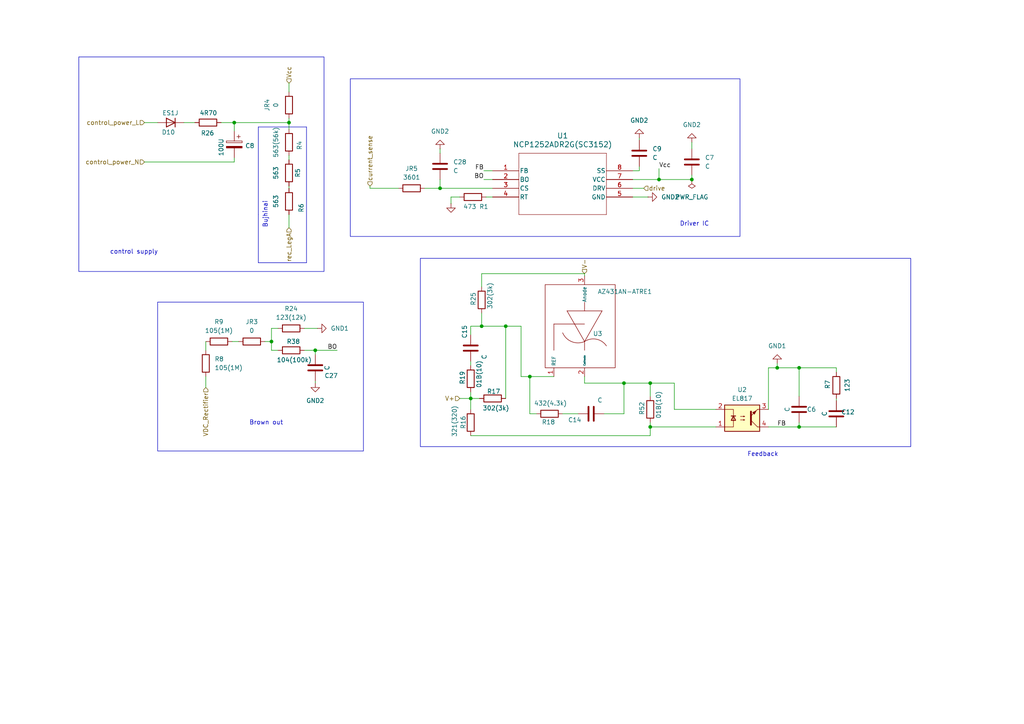
<source format=kicad_sch>
(kicad_sch (version 20250114) (generator "eeschema") (generator_version "9.0")
  (paper "A4")
  (lib_symbols
    (symbol "C_1" (pin_numbers (hide yes)) (pin_names (offset 0.254) (hide yes))
      (property "Reference" "C" (at 0.635 2.54 0))
      (property "Value" "C" (at 0.635 -2.54 0))
      (symbol "C_1_0_1"
        (polyline (pts (xy -2.032 0.762) (xy 2.032 0.762)) (stroke (width 0.508)))
        (polyline (pts (xy -2.032 -0.762) (xy 2.032 -0.762)) (stroke (width 0.508)))
      )
      (symbol "C_1_1_1"
        (pin passive line (at 0 3.81 270) (length 2.794) (name "~") (number "1"))
        (pin passive line (at 0 -3.81 90) (length 2.794) (name "~") (number "2"))
      )
    )
    (symbol "Device:C" (pin_numbers (hide yes)) (pin_names (offset 0.254))
      (property "Reference" "C" (at 0.635 2.54 0))
      (property "Value" "C" (at 0.635 -2.54 0))
      (symbol "C_0_1"
        (polyline (pts (xy -2.032 0.762) (xy 2.032 0.762)) (stroke (width 0.508)))
        (polyline (pts (xy -2.032 -0.762) (xy 2.032 -0.762)) (stroke (width 0.508)))
      )
      (symbol "C_1_1"
        (pin passive line (at 0 3.81 270) (length 2.794) (name "~") (number "1"))
        (pin passive line (at 0 -3.81 90) (length 2.794) (name "~") (number "2"))
      )
    )
    (symbol "Device:C_Polarized" (pin_numbers (hide yes)) (pin_names (offset 0.254))
      (property "Reference" "C" (at 0.635 2.54 0))
      (property "Value" "C_Polarized" (at 0.635 -2.54 0))
      (symbol "C_Polarized_0_1"
        (rectangle (start -2.286 0.508) (end 2.286 1.016))
        (polyline (pts (xy -1.778 2.286) (xy -0.762 2.286)))
        (polyline (pts (xy -1.27 2.794) (xy -1.27 1.778)))
        (rectangle (start 2.286 -0.508) (end -2.286 -1.016) (fill (type outline)))
      )
      (symbol "C_Polarized_1_1"
        (pin passive line (at 0 3.81 270) (length 2.794) (name "~") (number "1"))
        (pin passive line (at 0 -3.81 90) (length 2.794) (name "~") (number "2"))
      )
    )
    (symbol "Device:R" (pin_numbers (hide yes)) (pin_names (offset 0))
      (property "Reference" "R" (at 2.032 0 90))
      (property "Value" "R" (at 0 0 90))
      (symbol "R_0_1"
        (rectangle (start -1.016 -2.54) (end 1.016 2.54) (stroke (width 0.254)))
      )
      (symbol "R_1_1"
        (pin passive line (at 0 3.81 270) (length 1.27) (name "~") (number "1"))
        (pin passive line (at 0 -3.81 90) (length 1.27) (name "~") (number "2"))
      )
    )
    (symbol "Diode:US2MA" (pin_numbers (hide yes)) (pin_names (hide yes))
      (property "Reference" "D" (at 0 2.54 0))
      (property "Value" "US2MA" (at 0 -2.54 0))
      (symbol "US2MA_0_1"
        (polyline (pts (xy -1.27 1.27) (xy -1.27 -1.27)) (stroke (width 0.254)))
        (polyline (pts (xy 1.27 1.27) (xy 1.27 -1.27) (xy -1.27 0) (xy 1.27 1.27)) (stroke (width 0.254)))
        (polyline (pts (xy 1.27 0) (xy -1.27 0)))
      )
      (symbol "US2MA_1_1"
        (pin passive line (at -3.81 0 0) (length 2.54) (name "K") (number "1"))
        (pin passive line (at 3.81 0 180) (length 2.54) (name "A") (number "2"))
      )
    )
    (symbol "IC:EA1_az431"
      (property "Reference" "U3" (at 3.81 -2.794 0))
      (property "Value" "AZ431AN-ATRE1" (at 11.684 9.398 0))
      (symbol "EA1_az431_0_1"
        (rectangle (start -11.43 11.43) (end 8.89 -12.7))
        (polyline (pts (xy -8.89 0) (xy -8.89 -7.62)))
        (polyline (pts (xy -5.08 3.81) (xy 0 -5.08)))
        (polyline (pts (xy -5.08 3.81) (xy 5.08 3.81)))
        (arc (start 0 -5.08) (mid -3.7011 -5.1251) (end -6.35 -2.54))
        (polyline (pts (xy 0 6.35) (xy 0 6.35)))
        (polyline (pts (xy 0 6.35) (xy 0 6.35)))
        (polyline (pts (xy 0 6.35) (xy 0 3.81)))
        (polyline (pts (xy 0 3.81) (xy 0 3.81)))
        (polyline (pts (xy 0 3.81) (xy 0 3.81)))
        (polyline (pts (xy 0 3.81) (xy 0 3.81)))
        (polyline (pts (xy 0 0) (xy -8.89 0)))
        (polyline (pts (xy 0 -5.08) (xy 0 -5.08)))
        (polyline (pts (xy 0 -5.08) (xy 0 -5.08)))
        (polyline (pts (xy 0 -7.62) (xy 0 -5.08)))
        (polyline (pts (xy 2.54 1.27) (xy 2.54 1.27)))
        (arc (start 0 -5.08) (mid 3.438 -4.3999) (end 6.35 -6.35))
        (polyline (pts (xy 3.81 1.27) (xy 3.81 1.27)))
        (polyline (pts (xy 5.08 5.08) (xy 5.08 5.08)))
        (polyline (pts (xy 5.08 3.81) (xy 0 -5.08)))
      )
      (symbol "EA1_az431_1_1"
        (pin input line (at -8.89 -15.24 90) (length 2.54) (name "REF") (number "1"))
        (pin input line (at 0 13.97 270) (length 2.54) (name "Anode") (number "3"))
        (pin input line (at 0 -15.24 90) (length 2.54) (name "Cathode") (number "2"))
      )
    )
    (symbol "Isolator:EL817" (pin_names (offset 1.016))
      (property "Reference" "U" (at -5.08 5.08 0))
      (property "Value" "EL817" (at 0 5.08 0))
      (symbol "EL817_0_1"
        (rectangle (start -5.08 3.81) (end 5.08 -3.81) (stroke (width 0.254)) (fill (type background)))
        (polyline (pts (xy -5.08 2.54) (xy -2.54 2.54) (xy -2.54 -0.635)))
        (polyline (pts (xy -3.175 -0.635) (xy -1.905 -0.635)) (stroke (width 0.254)))
        (polyline (pts (xy -2.54 -0.635) (xy -2.54 -2.54) (xy -5.08 -2.54)))
        (polyline (pts (xy -2.54 -0.635) (xy -3.175 0.635) (xy -1.905 0.635) (xy -2.54 -0.635)) (stroke (width 0.254)))
        (polyline (pts (xy -0.508 0.508) (xy 0.762 0.508) (xy 0.381 0.381) (xy 0.381 0.635) (xy 0.762 0.508)))
        (polyline (pts (xy -0.508 -0.508) (xy 0.762 -0.508) (xy 0.381 -0.635) (xy 0.381 -0.381) (xy 0.762 -0.508)))
        (polyline (pts (xy 2.54 1.905) (xy 2.54 -1.905) (xy 2.54 -1.905)) (stroke (width 0.508)))
        (polyline (pts (xy 2.54 0.635) (xy 4.445 2.54)))
        (polyline (pts (xy 3.048 -1.651) (xy 3.556 -1.143) (xy 4.064 -2.159) (xy 3.048 -1.651) (xy 3.048 -1.651)) (fill (type outline)))
        (polyline (pts (xy 4.445 2.54) (xy 5.08 2.54)))
        (polyline (pts (xy 4.445 -2.54) (xy 2.54 -0.635)) (fill (type outline)))
        (polyline (pts (xy 4.445 -2.54) (xy 5.08 -2.54)))
      )
      (symbol "EL817_1_1"
        (pin passive line (at -7.62 2.54 0) (length 2.54) (name "~") (number "1"))
        (pin passive line (at -7.62 -2.54 0) (length 2.54) (name "~") (number "2"))
        (pin passive line (at 7.62 2.54 180) (length 2.54) (name "~") (number "4"))
        (pin passive line (at 7.62 -2.54 180) (length 2.54) (name "~") (number "3"))
      )
    )
    (symbol "NCP1252:NCP1252ADR2G" (pin_names (offset 0.254))
      (property "Reference" "U" (at 20.32 10.16 0))
      (property "Value" "NCP1252ADR2G" (at 20.32 7.62 0))
      (symbol "NCP1252ADR2G_0_1"
        (polyline (pts (xy 7.62 5.08) (xy 7.62 -12.7)) (stroke (width 0.127)))
        (polyline (pts (xy 7.62 -12.7) (xy 33.02 -12.7)) (stroke (width 0.127)))
        (polyline (pts (xy 33.02 5.08) (xy 7.62 5.08)) (stroke (width 0.127)))
        (polyline (pts (xy 33.02 -12.7) (xy 33.02 5.08)) (stroke (width 0.127)))
        (pin unspecified line (at 0 0 0) (length 7.62) (name "FB") (number "1"))
        (pin bidirectional line (at 0 -2.54 0) (length 7.62) (name "BO") (number "2"))
        (pin unspecified line (at 0 -5.08 0) (length 7.62) (name "CS") (number "3"))
        (pin unspecified line (at 0 -7.62 0) (length 7.62) (name "RT") (number "4"))
        (pin unspecified line (at 40.64 0 180) (length 7.62) (name "SS") (number "8"))
        (pin power_in line (at 40.64 -2.54 180) (length 7.62) (name "VCC") (number "7"))
        (pin unspecified line (at 40.64 -5.08 180) (length 7.62) (name "DRV") (number "6"))
        (pin power_in line (at 40.64 -7.62 180) (length 7.62) (name "GND") (number "5"))
      )
    )
    (symbol "power:GND1" (power) (pin_numbers (hide yes)) (pin_names (offset 0) (hide yes))
      (property "Value" "GND1" (at 0 -3.81 0))
      (symbol "GND1_0_1"
        (polyline (pts (xy 0 0) (xy 0 -1.27) (xy 1.27 -1.27) (xy 0 -2.54) (xy -1.27 -1.27) (xy 0 -1.27)))
      )
      (symbol "GND1_1_1"
        (pin power_in line (at 0 0 270) (length 0) (name "~") (number "1"))
      )
    )
    (symbol "power:GND2" (power) (pin_numbers (hide yes)) (pin_names (offset 0) (hide yes))
      (property "Value" "GND2" (at 0 -3.81 0))
      (symbol "GND2_0_1"
        (polyline (pts (xy 0 0) (xy 0 -1.27) (xy 1.27 -1.27) (xy 0 -2.54) (xy -1.27 -1.27) (xy 0 -1.27)))
      )
      (symbol "GND2_1_1"
        (pin power_in line (at 0 0 270) (length 0) (name "~") (number "1"))
      )
    )
    (symbol "power:PWR_FLAG" (power) (pin_numbers (hide yes)) (pin_names (offset 0) (hide yes))
      (property "Value" "PWR_FLAG" (at 0 3.81 0))
      (symbol "PWR_FLAG_0_0"
        (pin power_out line (at 0 0 90) (length 0) (name "~") (number "1"))
      )
      (symbol "PWR_FLAG_0_1"
        (polyline (pts (xy 0 0) (xy 0 1.27) (xy -1.016 1.905) (xy 0 2.54) (xy 1.016 1.905) (xy 0 1.27)))
      )
    )
  )
  (rectangle (start 22.86 16.51) (end 93.98 78.74))
  (rectangle (start 45.72 87.63) (end 105.41 130.81))
  (rectangle (start 121.92 74.93) (end 264.16 129.54))
  (rectangle (start 101.6 22.86) (end 214.63 68.58))
  (text "Feedback \n" (at 221.742 131.826 0) (effects (font (size 1.27 1.27))))
  (text "control supply\n" (at 38.862 73.152 0) (effects (font (size 1.27 1.27))))
  (text "Brown out\n" (at 77.216 122.682 0) (effects (font (size 1.27 1.27))))
  (text "Bujhinai\n\n" (at 77.978 62.23 90) (effects (font (size 1.27 1.27))))
  (text "Driver IC\n" (at 201.422 65.024 0) (effects (font (size 1.27 1.27))))
  (junction (at 231.775 106.68))
  (junction (at 127.635 54.61))
  (junction (at 225.425 106.68))
  (junction (at 139.7 94.615))
  (junction (at 180.975 111.125))
  (junction (at 136.525 115.57))
  (junction (at 191.135 52.07))
  (junction (at 78.74 99.06))
  (junction (at 188.595 111.125))
  (junction (at 83.82 35.56))
  (junction (at 146.685 94.615))
  (junction (at 153.67 109.22))
  (junction (at 188.595 123.825))
  (junction (at 67.945 35.56))
  (junction (at 231.775 123.825))
  (junction (at 200.66 52.07))
  (junction (at 91.44 101.6))
  (wire (pts (xy 200.66 50.8) (xy 200.66 52.07)))
  (wire (pts (xy 180.975 111.125) (xy 180.975 120.015)))
  (wire (pts (xy 151.13 94.615) (xy 151.13 109.22)))
  (wire (pts (xy 136.525 126.365) (xy 188.595 126.365)))
  (wire (pts (xy 67.31 99.06) (xy 69.215 99.06)))
  (wire (pts (xy 185.42 49.53) (xy 183.515 49.53)))
  (wire (pts (xy 185.42 40.005) (xy 185.42 40.64)))
  (wire (pts (xy 78.74 95.25) (xy 80.645 95.25)))
  (wire (pts (xy 123.19 54.61) (xy 127.635 54.61)))
  (wire (pts (xy 155.575 120.015) (xy 153.67 120.015)))
  (wire (pts (xy 133.35 115.57) (xy 136.525 115.57)))
  (wire (pts (xy 188.595 111.125) (xy 188.595 114.935)))
  (wire (pts (xy 67.945 38.1) (xy 67.945 35.56)))
  (wire (pts (xy 91.44 101.6) (xy 97.79 101.6)))
  (wire (pts (xy 242.57 115.57) (xy 242.57 116.205)))
  (wire (pts (xy 83.82 24.13) (xy 83.82 26.67)))
  (wire (pts (xy 78.74 95.25) (xy 78.74 99.06)))
  (wire (pts (xy 91.44 101.6) (xy 91.44 102.87)))
  (wire (pts (xy 225.425 105.41) (xy 225.425 106.68)))
  (wire (pts (xy 222.885 106.68) (xy 225.425 106.68)))
  (wire (pts (xy 207.645 118.745) (xy 195.58 118.745)))
  (wire (pts (xy 195.58 118.745) (xy 195.58 111.125)))
  (wire (pts (xy 140.97 57.15) (xy 142.875 57.15)))
  (wire (pts (xy 185.42 48.26) (xy 185.42 49.53)))
  (wire (pts (xy 83.82 35.56) (xy 83.82 37.465)))
  (wire (pts (xy 140.335 52.07) (xy 142.875 52.07)))
  (wire (pts (xy 91.44 111.125) (xy 91.44 110.49)))
  (polyline (pts (xy 74.93 36.83) (xy 88.9 36.83)))
  (wire (pts (xy 78.74 101.6) (xy 78.74 99.06)))
  (wire (pts (xy 169.545 79.375) (xy 169.545 80.01)))
  (polyline (pts (xy 88.9 76.2) (xy 74.93 76.2)))
  (wire (pts (xy 231.775 123.825) (xy 242.57 123.825)))
  (wire (pts (xy 163.195 120.015) (xy 167.64 120.015)))
  (wire (pts (xy 136.525 94.615) (xy 136.525 97.155)))
  (wire (pts (xy 191.135 52.07) (xy 200.66 52.07)))
  (wire (pts (xy 67.945 46.99) (xy 67.945 45.72)))
  (wire (pts (xy 188.595 122.555) (xy 188.595 123.825)))
  (polyline (pts (xy 88.9 36.83) (xy 88.9 76.2)))
  (wire (pts (xy 59.69 99.06) (xy 59.69 101.6)))
  (wire (pts (xy 67.945 35.56) (xy 83.82 35.56)))
  (wire (pts (xy 231.775 106.68) (xy 242.57 106.68)))
  (wire (pts (xy 88.265 101.6) (xy 91.44 101.6)))
  (wire (pts (xy 188.595 123.825) (xy 207.645 123.825)))
  (wire (pts (xy 64.135 35.56) (xy 67.945 35.56)))
  (wire (pts (xy 80.645 101.6) (xy 78.74 101.6)))
  (wire (pts (xy 153.67 109.22) (xy 153.67 120.015)))
  (wire (pts (xy 59.69 109.22) (xy 59.69 112.395)))
  (polyline (pts (xy 74.93 62.23) (xy 74.93 76.2)))
  (wire (pts (xy 188.595 126.365) (xy 188.595 123.825)))
  (wire (pts (xy 139.7 79.375) (xy 139.7 83.185)))
  (wire (pts (xy 133.35 57.15) (xy 130.81 57.15)))
  (wire (pts (xy 139.7 94.615) (xy 136.525 94.615)))
  (wire (pts (xy 88.265 95.25) (xy 92.075 95.25)))
  (wire (pts (xy 83.82 62.23) (xy 83.82 66.04)))
  (wire (pts (xy 83.82 46.355) (xy 83.82 45.085)))
  (wire (pts (xy 183.515 57.15) (xy 187.96 57.15)))
  (wire (pts (xy 139.7 90.805) (xy 139.7 94.615)))
  (wire (pts (xy 136.525 104.775) (xy 136.525 106.045)))
  (wire (pts (xy 136.525 115.57) (xy 136.525 118.745)))
  (wire (pts (xy 183.515 52.07) (xy 191.135 52.07)))
  (wire (pts (xy 231.775 123.825) (xy 222.885 123.825)))
  (wire (pts (xy 146.685 94.615) (xy 146.685 115.57)))
  (polyline (pts (xy 74.93 62.23) (xy 74.93 36.83)))
  (wire (pts (xy 231.775 122.555) (xy 231.775 123.825)))
  (wire (pts (xy 188.595 111.125) (xy 180.975 111.125)))
  (wire (pts (xy 140.335 49.53) (xy 142.875 49.53)))
  (wire (pts (xy 169.545 109.22) (xy 169.545 111.125)))
  (wire (pts (xy 139.7 79.375) (xy 169.545 79.375)))
  (wire (pts (xy 136.525 115.57) (xy 139.065 115.57)))
  (wire (pts (xy 127.635 52.07) (xy 127.635 54.61)))
  (wire (pts (xy 153.67 109.22) (xy 160.655 109.22)))
  (wire (pts (xy 130.81 57.15) (xy 130.81 59.055)))
  (wire (pts (xy 191.135 48.895) (xy 191.135 52.07)))
  (wire (pts (xy 83.82 34.29) (xy 83.82 35.56)))
  (wire (pts (xy 153.67 109.22) (xy 151.13 109.22)))
  (wire (pts (xy 136.525 115.57) (xy 136.525 113.665)))
  (wire (pts (xy 146.685 94.615) (xy 151.13 94.615)))
  (wire (pts (xy 41.91 35.56) (xy 45.72 35.56)))
  (wire (pts (xy 127.635 43.18) (xy 127.635 44.45)))
  (wire (pts (xy 169.545 111.125) (xy 180.975 111.125)))
  (wire (pts (xy 183.515 54.61) (xy 186.69 54.61)))
  (wire (pts (xy 242.57 106.68) (xy 242.57 107.95)))
  (wire (pts (xy 231.775 114.935) (xy 231.775 106.68)))
  (wire (pts (xy 127.635 54.61) (xy 142.875 54.61)))
  (wire (pts (xy 41.91 46.99) (xy 67.945 46.99)))
  (wire (pts (xy 139.7 94.615) (xy 146.685 94.615)))
  (wire (pts (xy 175.26 120.015) (xy 180.975 120.015)))
  (wire (pts (xy 78.74 99.06) (xy 76.835 99.06)))
  (wire (pts (xy 53.34 35.56) (xy 56.515 35.56)))
  (wire (pts (xy 225.425 106.68) (xy 231.775 106.68)))
  (wire (pts (xy 83.82 54.61) (xy 83.82 53.975)))
  (wire (pts (xy 222.885 118.745) (xy 222.885 106.68)))
  (wire (pts (xy 188.595 111.125) (xy 195.58 111.125)))
  (wire (pts (xy 107.315 54.61) (xy 115.57 54.61)))
  (wire (pts (xy 107.315 54.61) (xy 107.315 53.975)))
  (wire (pts (xy 200.66 41.275) (xy 200.66 43.18)))
  (label "FB" (at 225.425 123.825 0))
  (label "Vcc" (at 191.135 48.895 0))
  (label "BO" (at 97.79 101.6 180))
  (label "BO" (at 140.335 52.07 180))
  (label "FB" (at 140.335 49.53 180))
  (hierarchical_label "control_power_L" (shape input) (at 41.91 35.56 180))
  (hierarchical_label "Vcc" (shape input) (at 83.82 24.13 90))
  (hierarchical_label "V+" (shape input) (at 133.35 115.57 180))
  (hierarchical_label "V-" (shape input) (at 169.545 79.375 90))
  (hierarchical_label "current_sense" (shape input) (at 107.315 53.975 90))
  (hierarchical_label "VDC_Rectifier" (shape input) (at 59.69 112.395 270))
  (hierarchical_label "control_power_N" (shape input) (at 41.91 46.99 180))
  (hierarchical_label "rec_LegA" (shape input) (at 83.82 66.04 270))
  (hierarchical_label "drive" (shape input) (at 186.69 54.61 0))
  (symbol (lib_id "Device:R") (at 142.875 115.57 90) (unit 1)
    (property "Reference" "R17" (at 141.224 113.538 90) (effects (justify right)))
    (property "Value" "302(3k)" (at 139.954 118.364 90) (effects (justify right)))
    (property "Footprint" "Resistor_SMD:R_0402_1005Metric" (effects (hide yes)))
    (property "Description" "Resistor" (effects (hide yes)))
  )
  (symbol (lib_id "Device:C") (at 171.45 120.015 90) (unit 1)
    (property "Reference" "C14" (at 168.656 121.793 90) (effects (justify left)))
    (property "Value" "C" (at 174.752 116.078 90) (effects (justify left)))
    (property "Footprint" "Capacitor_SMD:C_01005_0402Metric" (effects (hide yes)))
    (property "Datasheet" "https://www.mouser.com/catalog/supplier/library/pdf/MurataHighVoltageCeramic.pdf" (effects (hide yes)))
    (property "Description" "Unpolarized capacitor" (effects (hide yes)))
  )
  (symbol (lib_id "power:GND1") (at 92.075 95.25 90) (unit 1)
    (property "Reference" "#PWR019" (effects (hide yes)))
    (property "Value" "GND1" (at 95.885 95.2499 90) (effects (justify right)))
    (property "Description" "Power symbol creates a global label with name \"GND1\" , ground" (effects (hide yes)))
  )
  (symbol (lib_id "power:GND2") (at 187.96 57.15 90) (unit 1)
    (property "Reference" "#PWR012" (effects (hide yes)))
    (property "Value" "GND2" (at 191.77 57.1499 90) (effects (justify right)))
    (property "Description" "Power symbol creates a global label with name \"GND2\" , ground" (effects (hide yes)))
  )
  (symbol (lib_id "Isolator:EL817") (at 215.265 121.285 0) (mirror x) (unit 1)
    (property "Reference" "U2" (at 215.265 113.03 0))
    (property "Value" "EL817" (at 215.265 115.57 0))
    (property "Footprint" "Package_DIP:DIP-4_W7.62mm" (effects (hide yes)))
    (property "Datasheet" "http://www.everlight.com/file/ProductFile/EL817.pdf" (effects (hide yes)))
    (property "Description" "DC Optocoupler, Vce 35V, DIP-4" (effects (hide yes)))
  )
  (symbol (lib_id "Device:R") (at 73.025 99.06 270) (unit 1)
    (property "Reference" "JR3" (at 73.025 93.345 90))
    (property "Value" "0" (at 73.025 95.885 90))
    (property "Footprint" "Resistor_SMD:R_0603_1608Metric" (effects (hide yes)))
    (property "Description" "Resistor" (effects (hide yes)))
  )
  (symbol (lib_name "C_1") (lib_id "Device:C") (at 242.57 120.015 180) (unit 1)
    (property "Reference" "C12" (at 247.904 119.507 0) (effects (justify left)))
    (property "Value" "C" (at 239.141 119.253 90) (effects (justify left)))
    (property "Footprint" "Capacitor_SMD:C_01005_0402Metric" (effects (hide yes)))
    (property "Datasheet" "https://www.mouser.com/catalog/supplier/library/pdf/MurataHighVoltageCeramic.pdf" (effects (hide yes)))
    (property "Description" "Unpolarized capacitor" (effects (hide yes)))
  )
  (symbol (lib_id "Device:C") (at 136.525 100.965 0) (unit 1)
    (property "Reference" "C15" (at 134.747 98.171 90) (effects (justify left)))
    (property "Value" "C" (at 140.462 104.267 90) (effects (justify left)))
    (property "Footprint" "Capacitor_SMD:C_01005_0402Metric" (effects (hide yes)))
    (property "Datasheet" "https://www.mouser.com/catalog/supplier/library/pdf/MurataHighVoltageCeramic.pdf" (effects (hide yes)))
    (property "Description" "Unpolarized capacitor" (effects (hide yes)))
  )
  (symbol (lib_id "Device:R") (at 119.38 54.61 90) (unit 1)
    (property "Reference" "JR5" (at 119.38 48.895 90))
    (property "Value" "3601" (at 119.38 51.435 90))
    (property "Footprint" "Resistor_SMD:R_0603_1608Metric" (effects (hide yes)))
    (property "Description" "Resistor" (effects (hide yes)))
  )
  (symbol (lib_id "Device:R") (at 63.5 99.06 270) (unit 1)
    (property "Reference" "R9" (at 63.5 93.345 90))
    (property "Value" "105(1M)" (at 63.5 95.885 90))
    (property "Footprint" "Resistor_SMD:R_0603_1608Metric" (effects (hide yes)))
    (property "Description" "Resistor" (effects (hide yes)))
  )
  (symbol (lib_id "Device:C") (at 185.42 44.45 0) (unit 1)
    (property "Reference" "C9" (at 189.23 43.1799 0) (effects (justify left)))
    (property "Value" "C" (at 189.23 45.7199 0) (effects (justify left)))
    (property "Footprint" "Capacitor_SMD:C_01005_0402Metric" (effects (hide yes)))
    (property "Description" "Unpolarized capacitor" (effects (hide yes)))
  )
  (symbol (lib_id "Device:R") (at 59.69 105.41 0) (unit 1)
    (property "Reference" "R8" (at 62.23 104.1399 0) (effects (justify left)))
    (property "Value" "105(1M)" (at 62.23 106.6799 0) (effects (justify left)))
    (property "Footprint" "Resistor_SMD:R_0603_1608Metric" (effects (hide yes)))
    (property "Description" "Resistor" (effects (hide yes)))
  )
  (symbol (lib_id "Device:R") (at 83.82 41.275 180) (unit 1)
    (property "Reference" "R4" (at 86.868 42.164 90))
    (property "Value" "563(56k)" (at 80.01 41.275 90))
    (property "Footprint" "Resistor_SMD:R_0603_1608Metric" (effects (hide yes)))
    (property "Description" "Resistor" (effects (hide yes)))
  )
  (symbol (lib_id "Device:R") (at 139.7 86.995 180) (unit 1)
    (property "Reference" "R25" (at 137.287 88.646 90) (effects (justify right)))
    (property "Value" "302(3k)" (at 142.113 89.662 90) (effects (justify right)))
    (property "Footprint" "Resistor_SMD:R_0402_1005Metric" (effects (hide yes)))
    (property "Description" "Resistor" (effects (hide yes)))
  )
  (symbol (lib_id "power:GND1") (at 225.425 105.41 180) (unit 1)
    (property "Reference" "#PWR07" (effects (hide yes)))
    (property "Value" "GND1" (at 225.425 100.33 0))
    (property "Description" "Power symbol creates a global label with name \"GND1\" , ground" (effects (hide yes)))
  )
  (symbol (lib_id "Device:R") (at 188.595 118.745 180) (unit 1)
    (property "Reference" "R52" (at 186.182 120.396 90) (effects (justify right)))
    (property "Value" "01B(10)" (at 191.008 121.412 90) (effects (justify right)))
    (property "Footprint" "Resistor_SMD:R_0402_1005Metric" (effects (hide yes)))
    (property "Description" "Resistor" (effects (hide yes)))
  )
  (symbol (lib_id "Device:R") (at 136.525 109.855 180) (unit 1)
    (property "Reference" "R19" (at 134.112 111.506 90) (effects (justify right)))
    (property "Value" "01B(10)" (at 138.938 112.522 90) (effects (justify right)))
    (property "Footprint" "Resistor_SMD:R_0402_1005Metric" (effects (hide yes)))
    (property "Description" "Resistor" (effects (hide yes)))
  )
  (symbol (lib_id "Device:R") (at 159.385 120.015 270) (unit 1)
    (property "Reference" "R18" (at 161.036 122.428 90) (effects (justify right)))
    (property "Value" "432(4.3k)" (at 164.465 116.967 90) (effects (justify right)))
    (property "Footprint" "Resistor_SMD:R_0402_1005Metric" (effects (hide yes)))
    (property "Description" "Resistor" (effects (hide yes)))
  )
  (symbol (lib_id "NCP1252:NCP1252ADR2G") (at 142.875 49.53 0) (unit 1)
    (property "Reference" "U1" (at 163.195 39.37 0) (effects (font (size 1.524 1.524))))
    (property "Value" "NCP1252ADR2G(SC3152)" (at 163.195 41.91 0) (effects (font (size 1.524 1.524))))
    (property "Footprint" "NCP1252_footprints:SOIC8_ONS" (effects (hide yes)))
    (property "Datasheet" "https://www.onsemi.com/pdf/datasheet/ncp1252-d.pdf" (effects (hide yes)))
  )
  (symbol (lib_id "IC:EA1_az431") (at 169.545 93.98 0) (unit 1)
    (property "Reference" "U3" (at 173.355 96.774 0))
    (property "Value" "AZ431AN-ATRE1" (at 181.229 84.582 0))
    (property "Footprint" "ic:EA1_az431" (effects (hide yes)))
    (property "Datasheet" "https://www.alldatasheet.com/datasheet-pdf/view/1289693/LEIDITECH/AZ431AN-ATRE1.html" (effects (hide yes)))
  )
  (symbol (lib_id "Device:R") (at 83.82 58.42 180) (unit 1)
    (property "Reference" "R6" (at 87.376 60.325 90))
    (property "Value" "563" (at 80.01 58.42 90))
    (property "Footprint" "Resistor_SMD:R_0603_1608Metric" (effects (hide yes)))
    (property "Description" "Resistor" (effects (hide yes)))
  )
  (symbol (lib_id "Device:R") (at 242.57 111.76 180) (unit 1)
    (property "Reference" "R7" (at 240.03 111.506 90))
    (property "Value" "123" (at 245.745 111.76 90))
    (property "Footprint" "Resistor_SMD:R_0201_0603Metric" (effects (hide yes)))
    (property "Description" "Resistor" (effects (hide yes)))
  )
  (symbol (lib_id "power:GND1") (at 200.66 41.275 180) (unit 1)
    (property "Reference" "#PWR09" (effects (hide yes)))
    (property "Value" "GND2" (at 200.66 36.195 0))
    (property "Description" "Power symbol creates a global label with name \"GND1\" , ground" (effects (hide yes)))
  )
  (symbol (lib_id "power:GND2") (at 130.81 59.055 0) (unit 1)
    (property "Reference" "#PWR015" (effects (hide yes)))
    (property "Value" "GND2" (effects (hide yes)))
    (property "Description" "Power symbol creates a global label with name \"GND2\" , ground" (effects (hide yes)))
  )
  (symbol (lib_id "Diode:US2MA") (at 49.53 35.56 0) (mirror y) (unit 1)
    (property "Reference" "D10" (at 50.8 38.354 0) (effects (justify left)))
    (property "Value" "ES1J" (at 51.816 32.766 0) (effects (justify left)))
    (property "Footprint" "Diode_SMD:D_SMA" (effects (hide yes)))
    (property "Datasheet" "https://www.digchip.com/datasheets/parts/datasheet/161/ES1J-pdf.php" (effects (hide yes)))
    (property "Description" "1000V, 1.5A, General Purpose Rectifier Diode, SMA(DO-214AC)" (effects (hide yes)))
    (property "Sim.Device" "D" (effects (hide yes)))
    (property "Sim.Pins" "1=K 2=A" (effects (hide yes)))
  )
  (symbol (lib_id "power:GND1") (at 185.42 40.005 180) (unit 1)
    (property "Reference" "#PWR010" (effects (hide yes)))
    (property "Value" "GND2" (at 185.42 34.925 0))
    (property "Description" "Power symbol creates a global label with name \"GND1\" , ground" (effects (hide yes)))
  )
  (symbol (lib_id "Device:C") (at 231.775 118.745 180) (unit 1)
    (property "Reference" "C6" (at 236.728 118.745 0) (effects (justify left)))
    (property "Value" "C" (at 228.346 117.983 90) (effects (justify left)))
    (property "Footprint" "Capacitor_SMD:C_01005_0402Metric" (effects (hide yes)))
    (property "Datasheet" "https://www.mouser.com/catalog/supplier/library/pdf/MurataHighVoltageCeramic.pdf" (effects (hide yes)))
    (property "Description" "Unpolarized capacitor" (effects (hide yes)))
  )
  (symbol (lib_id "Device:R") (at 137.16 57.15 270) (unit 1)
    (property "Reference" "R1" (at 140.335 59.944 90))
    (property "Value" "473" (at 136.271 59.944 90))
    (property "Footprint" "Resistor_SMD:R_0201_0603Metric" (effects (hide yes)))
    (property "Description" "Resistor" (effects (hide yes)))
  )
  (symbol (lib_id "Device:C") (at 127.635 48.26 0) (unit 1)
    (property "Reference" "C28" (at 131.445 46.9899 0) (effects (justify left)))
    (property "Value" "C" (at 131.445 49.5299 0) (effects (justify left)))
    (property "Footprint" "Capacitor_SMD:C_01005_0402Metric" (effects (hide yes)))
    (property "Description" "Unpolarized capacitor" (effects (hide yes)))
  )
  (symbol (lib_id "Device:R") (at 83.82 50.165 180) (unit 1)
    (property "Reference" "R5" (at 86.36 50.165 90))
    (property "Value" "563" (at 80.01 50.165 90))
    (property "Footprint" "Resistor_SMD:R_0603_1608Metric" (effects (hide yes)))
    (property "Description" "Resistor" (effects (hide yes)))
  )
  (symbol (lib_id "power:GND2") (at 127.635 43.18 180) (unit 1)
    (property "Reference" "#PWR018" (effects (hide yes)))
    (property "Value" "GND2" (at 127.635 38.1 0))
    (property "Description" "Power symbol creates a global label with name \"GND2\" , ground" (effects (hide yes)))
  )
  (symbol (lib_id "Device:C") (at 200.66 46.99 0) (unit 1)
    (property "Reference" "C7" (at 204.47 45.7199 0) (effects (justify left)))
    (property "Value" "C" (at 204.47 48.2599 0) (effects (justify left)))
    (property "Footprint" "Capacitor_SMD:C_01005_0402Metric" (effects (hide yes)))
    (property "Description" "Unpolarized capacitor" (effects (hide yes)))
  )
  (symbol (lib_id "Device:R") (at 60.325 35.56 90) (mirror x) (unit 1)
    (property "Reference" "R26" (at 60.198 38.608 90))
    (property "Value" "4R70" (at 60.452 32.766 90))
    (property "Footprint" "Resistor_SMD:R_0603_1608Metric" (effects (hide yes)))
    (property "Description" "Resistor" (effects (hide yes)))
  )
  (symbol (lib_id "Device:C_Polarized") (at 67.945 41.91 0) (mirror y) (unit 1)
    (property "Reference" "C8" (at 71.12 42.2911 0) (effects (justify right)))
    (property "Value" "100U" (at 64.135 40.132 90) (effects (justify right)))
    (property "Footprint" "Capacitor_THT:CP_Radial_D5.0mm_P2.50mm" (effects (hide yes)))
    (property "Description" "Polarized capacitor" (effects (hide yes)))
  )
  (symbol (lib_id "Device:R") (at 83.82 30.48 180) (unit 1)
    (property "Reference" "JR4" (at 77.47 30.48 90))
    (property "Value" "0" (at 80.01 30.48 90))
    (property "Footprint" "Resistor_SMD:R_0603_1608Metric" (effects (hide yes)))
    (property "Description" "Resistor" (effects (hide yes)))
  )
  (symbol (lib_name "C_1") (lib_id "Device:C") (at 91.44 106.68 0) (unit 1)
    (property "Reference" "C27" (at 94.107 108.966 0) (effects (justify left)))
    (property "Value" "C" (at 94.869 107.442 90) (effects (justify left)))
    (property "Footprint" "Capacitor_SMD:C_01005_0402Metric" (effects (hide yes)))
    (property "Datasheet" "https://www.mouser.com/catalog/supplier/library/pdf/MurataHighVoltageCeramic.pdf" (effects (hide yes)))
    (property "Description" "Unpolarized capacitor" (effects (hide yes)))
  )
  (symbol (lib_id "power:PWR_FLAG") (at 200.66 52.07 180) (unit 1)
    (property "Reference" "#FLG05" (effects (hide yes)))
    (property "Value" "PWR_FLAG" (at 200.66 57.15 0))
    (property "Description" "Special symbol for telling ERC where power comes from" (effects (hide yes)))
  )
  (symbol (lib_id "power:GND2") (at 91.44 111.125 0) (unit 1)
    (property "Reference" "#PWR017" (effects (hide yes)))
    (property "Value" "GND2" (at 91.44 116.205 0))
    (property "Description" "Power symbol creates a global label with name \"GND2\" , ground" (effects (hide yes)))
  )
  (symbol (lib_id "Device:R") (at 136.525 122.555 180) (unit 1)
    (property "Reference" "R16" (at 134.366 124.46 90) (effects (justify right)))
    (property "Value" "321(320)" (at 131.826 126.746 90) (effects (justify right)))
    (property "Footprint" "Resistor_SMD:R_0402_1005Metric" (effects (hide yes)))
    (property "Description" "Resistor" (effects (hide yes)))
  )
  (symbol (lib_id "Device:R") (at 84.455 95.25 270) (unit 1)
    (property "Reference" "R24" (at 84.455 89.535 90))
    (property "Value" "123(12k)" (at 84.455 92.075 90))
    (property "Footprint" "Resistor_SMD:R_0201_0603Metric" (effects (hide yes)))
    (property "Description" "Resistor" (effects (hide yes)))
  )
  (symbol (lib_id "Device:R") (at 84.455 101.6 270) (unit 1)
    (property "Reference" "R38" (at 85.09 99.06 90))
    (property "Value" "104(100k)" (at 85.344 104.394 90))
    (property "Footprint" "Resistor_SMD:R_0201_0603Metric" (effects (hide yes)))
    (property "Description" "Resistor" (effects (hide yes)))
  )
)
</source>
